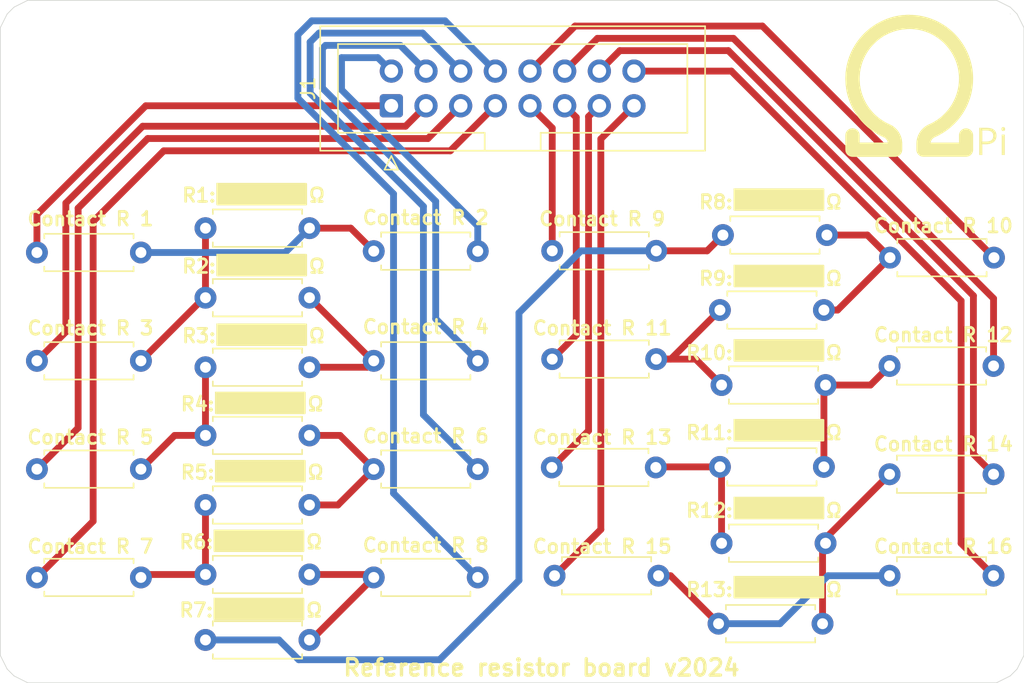
<source format=kicad_pcb>
(kicad_pcb (version 20221018) (generator pcbnew)
  (layers (0 "F.Cu" signal) (31 "B.Cu" signal) (34 "B.Paste" user) (35 "F.Paste" user) (36 "B.SilkS" user "B.Silkscreen") (37 "F.SilkS" user "F.Silkscreen") (38 "B.Mask" user) (39 "F.Mask" user) (44 "Edge.Cuts" user))
  (net 0 "")
  (net 1 "Net-(J1-Pin_1)")
  (net 2 "Net-(J1-Pin_2)")
  (net 3 "Net-(J1-Pin_3)")
  (net 4 "Net-(J1-Pin_4)")
  (net 5 "Net-(J1-Pin_5)")
  (net 6 "Net-(J1-Pin_6)")
  (net 7 "Net-(J1-Pin_7)")
  (net 8 "Net-(J1-Pin_8)")
  (net 9 "Net-(J1-Pin_9)")
  (net 10 "Net-(J1-Pin_10)")
  (net 11 "Net-(J1-Pin_11)")
  (net 12 "Net-(J1-Pin_12)")
  (net 13 "Net-(J1-Pin_13)")
  (net 14 "Net-(J1-Pin_14)")
  (net 15 "Net-(J1-Pin_15)")
  (net 16 "Net-(J1-Pin_16)")
  (net 17 "Net-(R1-Pad2)")
  (net 18 "Net-(R18-Pad2)")
  (net 19 "Net-(R19-Pad2)")
  (net 20 "Net-(R20-Pad2)")
  (net 21 "Net-(R21-Pad2)")
  (net 22 "Net-(R22-Pad2)")
  (net 23 "Net-(R23-Pad2)")
  (net 24 "Net-(R24-Pad2)")
  (net 25 "Net-(R10-Pad2)")
  (net 26 "Net-(R11-Pad2)")
  (net 27 "Net-(R12-Pad2)")
  (net 28 "Net-(R13-Pad2)")
  (net 29 "Net-(R14-Pad2)")
  (net 30 "Net-(R15-Pad2)")
  (footprint "Resistor_THT:R_Axial_DIN0207_L6.3mm_D2.5mm_P7.62mm_Horizontal" (layer "F.Cu") (at 82.430999 128.970333)
    (fp_text reference "R23" hide)
    (fp_text value "R" hide)
  )
  (footprint "Resistor_THT:R_Axial_DIN0207_L6.3mm_D2.5mm_P7.62mm_Horizontal" (layer "F.Cu") (at 102.380999 121.249763 180)
    (fp_text reference "R6" hide)
    (fp_text value "R" hide)
  )
  (footprint "Resistor_THT:R_Axial_DIN0207_L6.3mm_D2.5mm_P7.62mm_Horizontal" (layer "F.Cu") (at 120.345681 104.098335)
    (fp_text reference "R25" hide)
    (fp_text value "R" hide)
  )
  (footprint "Resistor_THT:R_Axial_DIN0207_L6.3mm_D2.5mm_P7.62mm_Horizontal" (layer "F.Cu") (at 107.838996 105.25386)
    (fp_text reference "R9" hide)
    (fp_text value "R" hide)
  )
  (footprint "Resistor_THT:R_Axial_DIN0207_L6.3mm_D2.5mm_P7.62mm_Horizontal" (layer "F.Cu") (at 140.175681 121.625288 180)
    (fp_text reference "R14" hide)
    (fp_text value "R" hide)
  )
  (footprint "Resistor_THT:R_Axial_DIN0207_L6.3mm_D2.5mm_P7.62mm_Horizontal" (layer "F.Cu") (at 140.205681 105.75386 180)
    (fp_text reference "R10" hide)
    (fp_text value "R" hide)
  )
  (footprint "Resistor_THT:R_Axial_DIN0207_L6.3mm_D2.5mm_P7.62mm_Horizontal" (layer "F.Cu") (at 120.245681 126.679667)
    (fp_text reference "R29" hide)
    (fp_text value "R" hide)
  )
  (footprint "Resistor_THT:R_Axial_DIN0207_L6.3mm_D2.5mm_P7.62mm_Horizontal" (layer "F.Cu") (at 140.175681 129.061004 180)
    (fp_text reference "R16" hide)
    (fp_text value "R" hide)
  )
  (footprint "Resistor_THT:R_Axial_DIN0207_L6.3mm_D2.5mm_P7.62mm_Horizontal" (layer "F.Cu") (at 140.175681 113.689574 180)
    (fp_text reference "R12" hide)
    (fp_text value "R" hide)
  )
  (footprint "Resistor_THT:R_Axial_DIN0207_L6.3mm_D2.5mm_P7.62mm_Horizontal" (layer "F.Cu") (at 120.245681 115.089001)
    (fp_text reference "R27" hide)
    (fp_text value "R" hide)
  )
  (footprint "Resistor_THT:R_Axial_DIN0207_L6.3mm_D2.5mm_P7.62mm_Horizontal" (layer "F.Cu") (at 70.080999 113.314049)
    (fp_text reference "R3" hide)
    (fp_text value "R" hide)
  )
  (footprint "Resistor_THT:R_Axial_DIN0207_L6.3mm_D2.5mm_P7.62mm_Horizontal" (layer "F.Cu") (at 90.050999 123.875 180)
    (fp_text reference "R22" hide)
    (fp_text value "R" hide)
  )
  (footprint "Connector_IDC:IDC-Header_2x08_P2.54mm_Vertical" (layer "F.Cu") (at 96.05 94.625 90)
    (fp_text reference "J1")
    (fp_text value "Conn_02x08_Odd_Even")
  )
  (footprint "Resistor_THT:R_Axial_DIN0207_L6.3mm_D2.5mm_P7.62mm_Horizontal" (layer "F.Cu") (at 82.430999 108.689001)
    (fp_text reference "R19" hide)
    (fp_text value "R" hide)
  )
  (footprint "Resistor_THT:R_Axial_DIN0207_L6.3mm_D2.5mm_P7.62mm_Horizontal" (layer "F.Cu") (at 90.050999 113.784334 180)
    (fp_text reference "R20" hide)
    (fp_text value "R" hide)
  )
  (footprint "Resistor_THT:R_Axial_DIN0207_L6.3mm_D2.5mm_P7.62mm_Horizontal" (layer "F.Cu") (at 107.808996 121.125288)
    (fp_text reference "R13" hide)
    (fp_text value "R" hide)
  )
  (footprint "Resistor_THT:R_Axial_DIN0207_L6.3mm_D2.5mm_P7.62mm_Horizontal" (layer "F.Cu") (at 90.050999 133.765666 180)
    (fp_text reference "R24" hide)
    (fp_text value "R" hide)
  )
  (footprint "Resistor_THT:R_Axial_DIN0207_L6.3mm_D2.5mm_P7.62mm_Horizontal" (layer "F.Cu") (at 90.050999 103.593668 180)
    (fp_text reference "R18" hide)
    (fp_text value "R" hide)
  )
  (footprint "Resistor_THT:R_Axial_DIN0207_L6.3mm_D2.5mm_P7.62mm_Horizontal" (layer "F.Cu") (at 70.080999 105.378335)
    (fp_text reference "R1" hide)
    (fp_text value "R")
  )
  (footprint "Resistor_THT:R_Axial_DIN0207_L6.3mm_D2.5mm_P7.62mm_Horizontal" (layer "F.Cu") (at 107.838996 113.189574)
    (fp_text reference "R11" hide)
    (fp_text value "R" hide)
  )
  (footprint "Resistor_THT:R_Axial_DIN0207_L6.3mm_D2.5mm_P7.62mm_Horizontal" (layer "F.Cu") (at 102.380999 105.278335 180)
    (fp_text reference "R2" hide)
    (fp_text value "R" hide)
  )
  (footprint "Resistor_THT:R_Axial_DIN0207_L6.3mm_D2.5mm_P7.62mm_Horizontal" (layer "F.Cu") (at 108.008996 129.061004)
    (fp_text reference "R15" hide)
    (fp_text value "R" hide)
  )
  (footprint "Resistor_THT:R_Axial_DIN0207_L6.3mm_D2.5mm_P7.62mm_Horizontal" (layer "F.Cu") (at 102.380999 129.185477 180)
    (fp_text reference "R8" hide)
    (fp_text value "R" hide)
  )
  (footprint "Resistor_THT:R_Axial_DIN0207_L6.3mm_D2.5mm_P7.62mm_Horizontal" (layer "F.Cu") (at 70.080999 121.249763)
    (fp_text reference "R5" hide)
    (fp_text value "R" hide)
  )
  (footprint "Resistor_THT:R_Axial_DIN0207_L6.3mm_D2.5mm_P7.62mm_Horizontal" (layer "F.Cu") (at 82.430999 118.779667)
    (fp_text reference "R21" hide)
    (fp_text value "R" hide)
  )
  (footprint "Resistor_THT:R_Axial_DIN0207_L6.3mm_D2.5mm_P7.62mm_Horizontal" (layer "F.Cu") (at 127.745681 109.593668 180)
    (fp_text reference "R26" hide)
    (fp_text value "R" hide)
  )
  (footprint "Resistor_THT:R_Axial_DIN0207_L6.3mm_D2.5mm_P7.62mm_Horizontal" (layer "F.Cu") (at 102.380999 113.314049 180)
    (fp_text reference "R4" hide)
    (fp_text value "R" hide)
  )
  (footprint "Resistor_THT:R_Axial_DIN0207_L6.3mm_D2.5mm_P7.62mm_Horizontal" (layer "F.Cu") (at 70.080999 129.185477)
    (fp_text reference "R7" hide)
    (fp_text value "R" hide)
  )
  (footprint "Resistor_THT:R_Axial_DIN0207_L6.3mm_D2.5mm_P7.62mm_Horizontal" (layer "F.Cu") (at 127.645681 132.575 180)
    (fp_text reference "R30" hide)
    (fp_text value "R" hide)
  )
  (footprint "Resistor_THT:R_Axial_DIN0207_L6.3mm_D2.5mm_P7.62mm_Horizontal" (layer "F.Cu") (at 127.745681 121.084334 180)
    (fp_text reference "R28" hide)
    (fp_text value "R" hide)
  )
  (gr_poly (pts (xy 134 89) (xy 133.812949 89.004747) (xy 133.628323 89.018833) (xy 133.446351 89.042029) (xy 133.267264 89.074104) (xy 133.091293 89.114826) (xy 132.918668 89.163966) (xy 132.749619 89.221292) (xy 132.584377 89.286574) (xy 132.423172 89.35958) (xy 132.266236 89.440081) (xy 132.113797 89.527846) (xy 131.966087 89.622643) (xy 131.823336 89.724243) (xy 131.685775 89.832414) (xy 131.553633 89.946926) (xy 131.427142 90.067549) (xy 131.306532 90.19405) (xy 131.192033 90.3262) (xy 131.083876 90.463769) (xy 130.982291 90.606524) (xy 130.887508 90.754237) (xy 130.799758 90.906675) (xy 130.719272 91.063608) (xy 130.64628 91.224806) (xy 130.581012 91.390037) (xy 130.523699 91.559072) (xy 130.474571 91.731679) (xy 130.433858 91.907628) (xy 130.401792 92.086687) (xy 130.378602 92.268627) (xy 130.364519 92.453217) (xy 130.359774 92.640225) (xy 130.362274 92.775533) (xy 130.369729 92.909928) (xy 130.382066 93.043301) (xy 130.399214 93.175543) (xy 130.421103 93.306547) (xy 130.447662 93.436204) (xy 130.478819 93.564404) (xy 130.514503 93.691041) (xy 130.554644 93.816004) (xy 130.59917 93.939186) (xy 130.64801 94.060478) (xy 130.701094 94.179772) (xy 130.75835 94.296958) (xy 130.819707 94.411929) (xy 130.885094 94.524575) (xy 130.954441 94.634789) (xy 131.027675 94.742462) (xy 131.104727 94.847485) (xy 131.185524 94.949749) (xy 131.269996 95.049147) (xy 131.358072 95.14557) (xy 131.449681 95.238908) (xy 131.544752 95.329054) (xy 131.643214 95.415899) (xy 131.744995 95.499335) (xy 131.850025 95.579252) (xy 131.958232 95.655543) (xy 132.069546 95.728098) (xy 132.183896 95.79681) (xy 132.30121 95.86157) (xy 132.421417 95.922269) (xy 132.544447 95.978799) (xy 132.648619 96.029011) (xy 132.747832 96.086176) (xy 132.841843 96.149922) (xy 132.930409 96.21988) (xy 133.013287 96.295678) (xy 133.090234 96.376945) (xy 133.161006 96.463311) (xy 133.225362 96.554405) (xy 133.283056 96.649856) (xy 133.333847 96.749293) (xy 133.377491 96.852345) (xy 133.413745 96.958642) (xy 133.442366 97.067813) (xy 133.46311 97.179486) (xy 133.475735 97.293291) (xy 133.479997 97.408858) (xy 133.479997 97.840528) (xy 133.47932 97.867323) (xy 133.477311 97.893762) (xy 133.474002 97.919813) (xy 133.469427 97.945444) (xy 133.463617 97.970621) (xy 133.456606 97.995312) (xy 133.448427 98.019485) (xy 133.439111 98.043108) (xy 133.428693 98.066148) (xy 133.417205 98.088573) (xy 133.404678 98.110349) (xy 133.391147 98.131445) (xy 133.376644 98.151829) (xy 133.361202 98.171467) (xy 133.344852 98.190328) (xy 133.327629 98.208378) (xy 133.309565 98.225586) (xy 133.290692 98.241919) (xy 133.271044 98.257344) (xy 133.250653 98.27183) (xy 133.229551 98.285343) (xy 133.207772 98.297851) (xy 133.185349 98.309322) (xy 133.162313 98.319724) (xy 133.138698 98.329023) (xy 133.114537 98.337188) (xy 133.089862 98.344185) (xy 133.064706 98.349983) (xy 133.039101 98.354549) (xy 133.013081 98.357851) (xy 132.986679 98.359855) (xy 132.959926 98.360531) (xy 129.839772 98.360531) (xy 129.813025 98.359855) (xy 129.786628 98.357851) (xy 129.760614 98.354549) (xy 129.735015 98.349983) (xy 129.709863 98.344185) (xy 129.685192 98.337188) (xy 129.661035 98.329023) (xy 129.637424 98.319724) (xy 129.614392 98.309322) (xy 129.591971 98.297851) (xy 129.570195 98.285343) (xy 129.549097 98.27183) (xy 129.528708 98.257344) (xy 129.509062 98.241919) (xy 129.490191 98.225586) (xy 129.472128 98.208378) (xy 129.454907 98.190328) (xy 129.438559 98.171467) (xy 129.423118 98.151829) (xy 129.408615 98.131445) (xy 129.395085 98.110349) (xy 129.38256 98.088573) (xy 129.371072 98.066148) (xy 129.360654 98.043108) (xy 129.351339 98.019485) (xy 129.34316 97.995312) (xy 129.336149 97.970621) (xy 129.33034 97.945444) (xy 129.325764 97.919813) (xy 129.322456 97.893762) (xy 129.320446 97.867323) (xy 129.319769 97.840528) (xy 129.319769 96.800454) (xy 129.320446 96.773659) (xy 129.322456 96.74722) (xy 129.325764 96.721169) (xy 129.33034 96.695538) (xy 129.336149 96.670361) (xy 129.34316 96.64567) (xy 129.351339 96.621497) (xy 129.360654 96.597874) (xy 129.371072 96.574834) (xy 129.38256 96.552409) (xy 129.395085 96.530633) (xy 129.408615 96.509537) (xy 129.423118 96.489153) (xy 129.438559 96.469515) (xy 129.454907 96.450654) (xy 129.472128 96.432604) (xy 129.490191 96.415396) (xy 129.509062 96.399063) (xy 129.528708 96.383638) (xy 129.549097 96.369152) (xy 129.570195 96.355639) (xy 129.591971 96.343131) (xy 129.614392 96.33166) (xy 129.637424 96.321258) (xy 129.661035 96.311959) (xy 129.685192 96.303795) (xy 129.709863 96.296797) (xy 129.735015 96.290999) (xy 129.760614 96.286433) (xy 129.786628 96.283132) (xy 129.813025 96.281127) (xy 129.839772 96.280451) (xy 129.866519 96.281127) (xy 129.892915 96.283132) (xy 129.91893 96.286433) (xy 129.944529 96.290999) (xy 129.969681 96.296797) (xy 129.994351 96.303795) (xy 130.018508 96.311959) (xy 130.04212 96.321258) (xy 130.065152 96.33166) (xy 130.087572 96.343131) (xy 130.109348 96.355639) (xy 130.130447 96.369152) (xy 130.150836 96.383638) (xy 130.170482 96.399063) (xy 130.189352 96.415396) (xy 130.207415 96.432604) (xy 130.224636 96.450654) (xy 130.240984 96.469515) (xy 130.256426 96.489153) (xy 130.270928 96.509537) (xy 130.284458 96.530633) (xy 130.296984 96.552409) (xy 130.308472 96.574834) (xy 130.318889 96.597874) (xy 130.328204 96.621497) (xy 130.336383 96.64567) (xy 130.343394 96.670361) (xy 130.349203 96.695538) (xy 130.353779 96.721169) (xy 130.357088 96.74722) (xy 130.359097 96.773659) (xy 130.359774 96.800454) (xy 130.359774 97.320457) (xy 132.432137 97.320457) (xy 132.4257 97.288769) (xy 132.417351 97.257705) (xy 132.40714 97.227342) (xy 132.395119 97.197759) (xy 132.381336 97.16903) (xy 132.365844 97.141234) (xy 132.348692 97.114448) (xy 132.32993 97.088748) (xy 132.309609 97.064212) (xy 132.287779 97.040916) (xy 132.264491 97.018938) (xy 132.239794 96.998354) (xy 132.21374 96.979242) (xy 132.186379 96.961678) (xy 132.15776 96.94574) (xy 132.127935 96.931505) (xy 131.815301 96.780862) (xy 131.517539 96.609324) (xy 131.235379 96.418011) (xy 130.969552 96.20804) (xy 130.720789 95.980531) (xy 130.489823 95.736601) (xy 130.277383 95.477369) (xy 130.084201 95.203953) (xy 129.911008 94.917472) (xy 129.758536 94.619045) (xy 129.627515 94.309788) (xy 129.518676 93.990822) (xy 129.432751 93.663264) (xy 129.370471 93.328233) (xy 129.332566 92.986848) (xy 129.319769 92.640225) (xy 129.325872 92.399724) (xy 129.343982 92.16234) (xy 129.373802 91.92837) (xy 129.415037 91.69811) (xy 129.46739 91.471857) (xy 129.530564 91.249907) (xy 129.604263 91.032556) (xy 129.68819 90.8201) (xy 129.782049 90.612835) (xy 129.885543 90.411058) (xy 129.998376 90.215065) (xy 130.120251 90.025152) (xy 130.250872 89.841616) (xy 130.389942 89.664752) (xy 130.537164 89.494857) (xy 130.692243 89.332227) (xy 130.854882 89.177159) (xy 131.024784 89.029948) (xy 131.201653 88.890891) (xy 131.385191 88.760283) (xy 131.575104 88.638422) (xy 131.771093 88.525604) (xy 131.972863 88.422124) (xy 132.180118 88.328279) (xy 132.39256 88.244365) (xy 132.609893 88.170679) (xy 132.83182 88.107516) (xy 133.058046 88.055174) (xy 133.288273 88.013947) (xy 133.522206 87.984132) (xy 133.759547 87.966026) (xy 134 87.959925)) (fill solid) (layer "F.SilkS"))
  (gr_rect (start 83.1 130.75) (end 89.6 132.25) (stroke (width 0.15)) (fill solid) (layer "F.SilkS"))
  (gr_rect (start 121.2 117.65) (end 127.7 119.15) (stroke (width 0.15)) (fill solid) (layer "F.SilkS"))
  (gr_poly (pts (xy 134.240453 87.966026) (xy 134.477795 87.984132) (xy 134.711728 88.013947) (xy 134.941957 88.055174) (xy 135.168184 88.107516) (xy 135.390114 88.170679) (xy 135.607449 88.244365) (xy 135.819893 88.328279) (xy 136.02715 88.422124) (xy 136.228923 88.525604) (xy 136.424915 88.638422) (xy 136.614831 88.760283) (xy 136.798372 88.890891) (xy 136.975244 89.029948) (xy 137.145149 89.177159) (xy 137.307791 89.332227) (xy 137.462873 89.494857) (xy 137.610099 89.664752) (xy 137.749173 89.841616) (xy 137.879797 90.025152) (xy 138.001675 90.215065) (xy 138.11451 90.411058) (xy 138.218007 90.612835) (xy 138.311869 90.8201) (xy 138.395798 91.032556) (xy 138.469499 91.249907) (xy 138.532675 91.471857) (xy 138.585029 91.69811) (xy 138.626265 91.92837) (xy 138.656087 92.16234) (xy 138.674197 92.399724) (xy 138.6803 92.640225) (xy 138.667502 92.986848) (xy 138.629596 93.328233) (xy 138.567312 93.663264) (xy 138.481384 93.990822) (xy 138.372541 94.309788) (xy 138.241515 94.619045) (xy 138.089038 94.917472) (xy 137.915842 95.203953) (xy 137.722657 95.477369) (xy 137.510216 95.736601) (xy 137.279249 95.980531) (xy 137.030488 96.20804) (xy 136.764665 96.418011) (xy 136.48251 96.609324) (xy 136.184756 96.780862) (xy 135.872134 96.931505) (xy 135.842297 96.94574) (xy 135.813668 96.961678) (xy 135.786297 96.979242) (xy 135.760236 96.998354) (xy 135.735534 97.018938) (xy 135.712242 97.040916) (xy 135.690409 97.064212) (xy 135.670088 97.088748) (xy 135.651326 97.114448) (xy 135.634177 97.141234) (xy 135.618688 97.16903) (xy 135.604912 97.197759) (xy 135.592897 97.227342) (xy 135.582695 97.257705) (xy 135.574357 97.288769) (xy 135.567931 97.320457) (xy 137.640226 97.320457) (xy 137.640226 96.800454) (xy 137.640903 96.773659) (xy 137.642912 96.74722) (xy 137.646221 96.721169) (xy 137.650796 96.695538) (xy 137.656606 96.670361) (xy 137.663617 96.64567) (xy 137.671796 96.621497) (xy 137.681111 96.597874) (xy 137.691528 96.574834) (xy 137.703017 96.552409) (xy 137.715542 96.530633) (xy 137.729072 96.509537) (xy 137.743574 96.489153) (xy 137.759016 96.469515) (xy 137.775364 96.450654) (xy 137.792585 96.432604) (xy 137.810648 96.415396) (xy 137.829519 96.399063) (xy 137.849165 96.383638) (xy 137.869554 96.369152) (xy 137.890652 96.355639) (xy 137.912428 96.343131) (xy 137.934849 96.33166) (xy 137.957881 96.321258) (xy 137.981492 96.311959) (xy 138.005649 96.303795) (xy 138.03032 96.296797) (xy 138.055471 96.290999) (xy 138.081071 96.286433) (xy 138.107085 96.283132) (xy 138.133482 96.281127) (xy 138.160229 96.280451) (xy 138.186981 96.281127) (xy 138.213384 96.283132) (xy 138.239404 96.286433) (xy 138.265009 96.290999) (xy 138.290165 96.296797) (xy 138.31484 96.303795) (xy 138.339001 96.311959) (xy 138.362616 96.321258) (xy 138.385652 96.33166) (xy 138.408075 96.343131) (xy 138.429854 96.355639) (xy 138.450956 96.369152) (xy 138.471347 96.383638) (xy 138.490995 96.399063) (xy 138.509868 96.415396) (xy 138.527932 96.432604) (xy 138.545155 96.450654) (xy 138.561504 96.469515) (xy 138.576947 96.489153) (xy 138.59145 96.509537) (xy 138.604981 96.530633) (xy 138.617507 96.552409) (xy 138.628996 96.574834) (xy 138.639414 96.597874) (xy 138.64873 96.621497) (xy 138.656909 96.64567) (xy 138.66392 96.670361) (xy 138.669729 96.695538) (xy 138.674305 96.721169) (xy 138.677614 96.74722) (xy 138.679623 96.773659) (xy 138.6803 96.800454) (xy 138.6803 97.840528) (xy 138.679623 97.867323) (xy 138.677614 97.893762) (xy 138.674305 97.919813) (xy 138.669729 97.945444) (xy 138.66392 97.970621) (xy 138.656909 97.995312) (xy 138.64873 98.019485) (xy 138.639414 98.043108) (xy 138.628996 98.066148) (xy 138.617507 98.088573) (xy 138.604981 98.110349) (xy 138.59145 98.131445) (xy 138.576947 98.151829) (xy 138.561504 98.171467) (xy 138.545155 98.190328) (xy 138.527932 98.208378) (xy 138.509868 98.225586) (xy 138.490995 98.241919) (xy 138.471347 98.257344) (xy 138.450956 98.27183) (xy 138.429854 98.285343) (xy 138.408075 98.297851) (xy 138.385652 98.309322) (xy 138.362616 98.319724) (xy 138.339001 98.329023) (xy 138.31484 98.337188) (xy 138.290165 98.344185) (xy 138.265009 98.349983) (xy 138.239404 98.354549) (xy 138.213384 98.357851) (xy 138.186981 98.359855) (xy 138.160229 98.360531) (xy 135.040074 98.360531) (xy 135.013328 98.359855) (xy 134.986931 98.357851) (xy 134.960916 98.354549) (xy 134.935317 98.349983) (xy 134.910165 98.344185) (xy 134.885495 98.337188) (xy 134.861338 98.329023) (xy 134.837726 98.319724) (xy 134.814694 98.309322) (xy 134.792274 98.297851) (xy 134.770498 98.285343) (xy 134.749399 98.27183) (xy 134.72901 98.257344) (xy 134.709364 98.241919) (xy 134.690493 98.225586) (xy 134.672431 98.208378) (xy 134.655209 98.190328) (xy 134.638861 98.171467) (xy 134.62342 98.151829) (xy 134.608918 98.131445) (xy 134.595387 98.110349) (xy 134.582862 98.088573) (xy 134.571374 98.066148) (xy 134.560956 98.043108) (xy 134.551641 98.019485) (xy 134.543462 97.995312) (xy 134.536451 97.970621) (xy 134.530642 97.945444) (xy 134.526066 97.919813) (xy 134.522758 97.893762) (xy 134.520748 97.867323) (xy 134.520071 97.840528) (xy 134.520071 97.408858) (xy 134.524333 97.293291) (xy 134.536956 97.179486) (xy 134.557697 97.067813) (xy 134.586313 96.958642) (xy 134.622562 96.852345) (xy 134.6662 96.749293) (xy 134.716984 96.649856) (xy 134.774673 96.554405) (xy 134.839021 96.463311) (xy 134.909788 96.376945) (xy 134.986729 96.295678) (xy 135.069602 96.21988) (xy 135.158164 96.149922) (xy 135.252171 96.086176) (xy 135.351382 96.029011) (xy 135.455553 95.978799) (xy 135.578583 95.922269) (xy 135.69879 95.86157) (xy 135.816104 95.79681) (xy 135.930454 95.728098) (xy 136.041768 95.655543) (xy 136.149976 95.579252) (xy 136.255005 95.499335) (xy 136.356787 95.415899) (xy 136.455248 95.329054) (xy 136.550319 95.238908) (xy 136.641928 95.14557) (xy 136.730004 95.049147) (xy 136.814476 94.949749) (xy 136.895274 94.847485) (xy 136.972325 94.742462) (xy 137.045559 94.634789) (xy 137.114906 94.524575) (xy 137.180293 94.411929) (xy 137.24165 94.296958) (xy 137.298906 94.179772) (xy 137.35199 94.060478) (xy 137.40083 93.939186) (xy 137.445356 93.816004) (xy 137.485497 93.691041) (xy 137.521181 93.564404) (xy 137.552338 93.436204) (xy 137.578897 93.306547) (xy 137.600786 93.175543) (xy 137.617934 93.043301) (xy 137.630271 92.909928) (xy 137.637725 92.775533) (xy 137.640226 92.640225) (xy 137.63548 92.453217) (xy 137.621398 92.268627) (xy 137.598208 92.086687) (xy 137.566141 91.907628) (xy 137.525429 91.731679) (xy 137.476301 91.559072) (xy 137.418988 91.390037) (xy 137.35372 91.224806) (xy 137.280728 91.063608) (xy 137.200241 90.906675) (xy 137.112492 90.754237) (xy 137.017709 90.606524) (xy 136.916124 90.463769) (xy 136.807967 90.3262) (xy 136.693468 90.19405) (xy 136.572858 90.067549) (xy 136.446366 89.946926) (xy 136.314225 89.832414) (xy 136.176664 89.724243) (xy 136.033913 89.622643) (xy 135.886203 89.527846) (xy 135.733764 89.440081) (xy 135.576827 89.35958) (xy 135.415623 89.286574) (xy 135.250381 89.221292) (xy 135.081332 89.163966) (xy 134.908707 89.114826) (xy 134.732736 89.074104) (xy 134.553649 89.042029) (xy 134.371677 89.018833) (xy 134.187051 89.004747) (xy 134 89) (xy 133.812949 89.004747) (xy 133.628323 89.018833) (xy 133.446351 89.042029) (xy 133.267264 89.074104) (xy 133.091293 89.114826) (xy 132.918668 89.163966) (xy 132.749619 89.221292) (xy 132.584377 89.286574) (xy 132.423172 89.35958) (xy 132.266236 89.440081) (xy 132.113797 89.527846) (xy 131.966087 89.622643) (xy 131.823336 89.724243) (xy 131.685775 89.832414) (xy 131.553633 89.946926) (xy 131.427142 90.067549) (xy 131.306532 90.19405) (xy 131.192033 90.3262) (xy 131.083876 90.463769) (xy 130.982291 90.606524) (xy 130.887508 90.754237) (xy 130.799758 90.906675) (xy 130.719272 91.063608) (xy 130.64628 91.224806) (xy 130.581012 91.390037) (xy 130.523699 91.559072) (xy 130.474571 91.731679) (xy 130.433858 91.907628) (xy 130.401792 92.086687) (xy 130.378602 92.268627) (xy 130.364519 92.453217) (xy 130.359774 92.640225) (xy 130.369729 92.909928) (xy 130.399214 93.175543) (xy 130.447662 93.436204) (xy 130.514503 93.691041) (xy 130.59917 93.939186) (xy 130.701094 94.179772) (xy 130.819707 94.411929) (xy 130.954441 94.634789) (xy 131.104727 94.847485) (xy 131.269996 95.049147) (xy 131.449681 95.238908) (xy 131.643214 95.415899) (xy 131.850025 95.579252) (xy 132.069546 95.728098) (xy 132.30121 95.86157) (xy 132.544447 95.978799) (xy 132.597138 96.003013) (xy 132.648619 96.029011) (xy 132.69886 96.056747) (xy 132.747832 96.086176) (xy 132.795502 96.117249) (xy 132.841843 96.149922) (xy 132.886821 96.184148) (xy 132.930409 96.21988) (xy 132.972574 96.257072) (xy 133.013287 96.295678) (xy 133.052517 96.335651) (xy 133.090234 96.376945) (xy 133.126407 96.419514) (xy 133.161006 96.463311) (xy 133.194001 96.508291) (xy 133.225362 96.554405) (xy 133.255057 96.601609) (xy 133.283056 96.649856) (xy 133.30933 96.699099) (xy 133.333847 96.749293) (xy 133.356577 96.80039) (xy 133.377491 96.852345) (xy 133.396557 96.905111) (xy 133.413745 96.958642) (xy 133.429024 97.012891) (xy 133.442366 97.067813) (xy 133.453737 97.123359) (xy 133.46311 97.179486) (xy 133.470453 97.236145) (xy 133.475735 97.293291) (xy 133.478927 97.350878) (xy 133.479997 97.408858) (xy 133.479997 97.840528) (xy 133.47932 97.867323) (xy 133.477311 97.893762) (xy 133.474002 97.919813) (xy 133.469427 97.945444) (xy 133.463617 97.970621) (xy 133.456606 97.995312) (xy 133.448427 98.019485) (xy 133.439111 98.043108) (xy 133.428693 98.066148) (xy 133.417205 98.088573) (xy 133.404678 98.110349) (xy 133.391147 98.131445) (xy 133.376644 98.151829) (xy 133.361202 98.171467) (xy 133.344852 98.190328) (xy 133.327629 98.208378) (xy 133.309565 98.225586) (xy 133.290692 98.241919) (xy 133.271044 98.257344) (xy 133.250653 98.27183) (xy 133.229551 98.285343) (xy 133.207772 98.297851) (xy 133.185349 98.309322) (xy 133.162313 98.319724) (xy 133.138698 98.329023) (xy 133.114537 98.337188) (xy 133.089862 98.344185) (xy 133.064706 98.349983) (xy 133.039101 98.354549) (xy 133.013081 98.357851) (xy 132.986679 98.359855) (xy 132.959926 98.360531) (xy 129.839772 98.360531) (xy 129.813025 98.359855) (xy 129.786628 98.357851) (xy 129.760614 98.354549) (xy 129.735015 98.349983) (xy 129.709863 98.344185) (xy 129.685192 98.337188) (xy 129.661035 98.329023) (xy 129.637424 98.319724) (xy 129.614392 98.309322) (xy 129.591971 98.297851) (xy 129.570195 98.285343) (xy 129.549097 98.27183) (xy 129.528708 98.257344) (xy 129.509062 98.241919) (xy 129.490191 98.225586) (xy 129.472128 98.208378) (xy 129.454907 98.190328) (xy 129.438559 98.171467) (xy 129.423118 98.151829) (xy 129.408615 98.131445) (xy 129.395085 98.110349) (xy 129.38256 98.088573) (xy 129.371072 98.066148) (xy 129.360654 98.043108) (xy 129.351339 98.019485) (xy 129.34316 97.995312) (xy 129.336149 97.970621) (xy 129.33034 97.945444) (xy 129.325764 97.919813) (xy 129.322456 97.893762) (xy 129.320446 97.867323) (xy 129.319769 97.840528) (xy 129.319769 96.800454) (xy 129.320446 96.773659) (xy 129.322456 96.74722) (xy 129.325764 96.721169) (xy 129.33034 96.695538) (xy 129.336149 96.670361) (xy 129.34316 96.64567) (xy 129.351339 96.621497) (xy 129.360654 96.597874) (xy 129.371072 96.574834) (xy 129.38256 96.552409) (xy 129.395085 96.530633) (xy 129.408615 96.509537) (xy 129.423118 96.489153) (xy 129.438559 96.469515) (xy 129.454907 96.450654) (xy 129.472128 96.432604) (xy 129.490191 96.415396) (xy 129.509062 96.399063) (xy 129.528708 96.383638) (xy 129.549097 96.369152) (xy 129.570195 96.355639) (xy 129.591971 96.343131) (xy 129.614392 96.33166) (xy 129.637424 96.321258) (xy 129.661035 96.311959) (xy 129.685192 96.303795) (xy 129.709863 96.296797) (xy 129.735015 96.290999) (xy 129.760614 96.286433) (xy 129.786628 96.283132) (xy 129.813025 96.281127) (xy 129.839772 96.280451) (xy 129.866519 96.281127) (xy 129.892915 96.283132) (xy 129.91893 96.286433) (xy 129.944529 96.290999) (xy 129.969681 96.296797) (xy 129.994351 96.303795) (xy 130.018508 96.311959) (xy 130.04212 96.321258) (xy 130.065152 96.33166) (xy 130.087572 96.343131) (xy 130.109348 96.355639) (xy 130.130447 96.369152) (xy 130.150836 96.383638) (xy 130.170482 96.399063) (xy 130.189352 96.415396) (xy 130.207415 96.432604) (xy 130.224636 96.450654) (xy 130.240984 96.469515) (xy 130.256426 96.489153) (xy 130.270928 96.509537) (xy 130.284458 96.530633) (xy 130.296984 96.552409) (xy 130.308472 96.574834) (xy 130.318889 96.597874) (xy 130.328204 96.621497) (xy 130.336383 96.64567) (xy 130.343394 96.670361) (xy 130.349203 96.695538) (xy 130.353779 96.721169) (xy 130.357088 96.74722) (xy 130.359097 96.773659) (xy 130.359774 96.800454) (xy 130.359774 97.320457) (xy 132.432137 97.320457) (xy 132.4257 97.288769) (xy 132.417351 97.257705) (xy 132.40714 97.227342) (xy 132.395119 97.197759) (xy 132.381336 97.16903) (xy 132.365844 97.141234) (xy 132.348692 97.114448) (xy 132.32993 97.088748) (xy 132.309609 97.064212) (xy 132.287779 97.040916) (xy 132.264491 97.018938) (xy 132.239794 96.998354) (xy 132.21374 96.979242) (xy 132.186379 96.961678) (xy 132.15776 96.94574) (xy 132.127935 96.931505) (xy 131.969805 96.858865) (xy 131.815301 96.780862) (xy 131.664516 96.697635) (xy 131.517539 96.609324) (xy 131.374463 96.51607) (xy 131.235379 96.418011) (xy 131.100378 96.315288) (xy 130.969552 96.20804) (xy 130.842992 96.096408) (xy 130.720789 95.980531) (xy 130.603036 95.860549) (xy 130.489823 95.736601) (xy 130.381241 95.608828) (xy 130.277383 95.477369) (xy 130.178339 95.342364) (xy 130.084201 95.203953) (xy 129.99506 95.062276) (xy 129.911008 94.917472) (xy 129.832136 94.769682) (xy 129.758536 94.619045) (xy 129.690298 94.4657) (xy 129.627515 94.309788) (xy 129.570277 94.151449) (xy 129.518676 93.990822) (xy 129.472804 93.828047) (xy 129.432751 93.663264) (xy 129.39861 93.496613) (xy 129.370471 93.328233) (xy 129.348426 93.158265) (xy 129.332566 92.986848) (xy 129.322984 92.814121) (xy 129.319769 92.640225) (xy 129.325872 92.399724) (xy 129.343982 92.16234) (xy 129.373802 91.92837) (xy 129.415037 91.69811) (xy 129.46739 91.471857) (xy 129.530564 91.249907) (xy 129.604263 91.032556) (xy 129.68819 90.8201) (xy 129.782049 90.612835) (xy 129.885543 90.411058) (xy 129.998376 90.215065) (xy 130.120251 90.025152) (xy 130.250872 89.841616) (xy 130.389942 89.664752) (xy 130.537164 89.494857) (xy 130.692243 89.332227) (xy 130.854882 89.177159) (xy 131.024784 89.029948) (xy 131.201653 88.890891) (xy 131.385191 88.760283) (xy 131.575104 88.638422) (xy 131.771093 88.525604) (xy 131.972863 88.422124) (xy 132.180118 88.328279) (xy 132.39256 88.244365) (xy 132.609893 88.170679) (xy 132.83182 88.107516) (xy 133.058046 88.055174) (xy 133.288273 88.013947) (xy 133.522206 87.984132) (xy 133.759547 87.966026) (xy 134 87.959925)) (fill solid) (layer "F.SilkS"))
  (gr_rect (start 121.2 111.8) (end 127.7 113.3) (stroke (width 0.15)) (fill solid) (layer "F.SilkS"))
  (gr_rect (start 83.3 110.65) (end 89.8 112.15) (stroke (width 0.15)) (fill solid) (layer "F.SilkS"))
  (gr_rect (start 83.2 120.65) (end 89.7 122.15) (stroke (width 0.15)) (fill solid) (layer "F.SilkS"))
  (gr_rect (start 121.2 100.75) (end 127.7 102.25) (stroke (width 0.15)) (fill solid) (layer "F.SilkS"))
  (gr_rect (start 121.2 129.15) (end 127.7 130.65) (stroke (width 0.15)) (fill solid) (layer "F.SilkS"))
  (gr_rect (start 83.2 115.65) (end 89.7 117.15) (stroke (width 0.15)) (fill solid) (layer "F.SilkS"))
  (gr_rect (start 83.3 100.35) (end 89.8 101.85) (stroke (width 0.15)) (fill solid) (layer "F.SilkS"))
  (gr_rect (start 121.2 106.35) (end 127.7 107.85) (stroke (width 0.15)) (fill solid) (layer "F.SilkS"))
  (gr_rect (start 83.3 105.55) (end 89.8 107.05) (stroke (width 0.15)) (fill solid) (layer "F.SilkS"))
  (gr_poly (pts (xy 140.895225 96.180916) (xy 140.901868 96.18135) (xy 140.908391 96.182072) (xy 140.914795 96.183083) (xy 140.921081 96.184383) (xy 140.927248 96.185971) (xy 140.933297 96.187848) (xy 140.939228 96.190013) (xy 140.945041 96.192466) (xy 140.950736 96.195208) (xy 140.956313 96.198237) (xy 140.961774 96.201555) (xy 140.967117 96.20516) (xy 140.972344 96.209053) (xy 140.977454 96.213234) (xy 140.982447 96.217703) (xy 140.987253 96.222481) (xy 140.991748 96.227566) (xy 140.995934 96.232959) (xy 140.99981 96.238658) (xy 141.003375 96.244663) (xy 141.006631 96.250976) (xy 141.009576 96.257595) (xy 141.012212 96.264522) (xy 141.014537 96.271755) (xy 141.016553 96.279295) (xy 141.018258 96.287141) (xy 141.019653 96.295295) (xy 141.020738 96.303755) (xy 141.021513 96.312523) (xy 141.021979 96.321597) (xy 141.022134 96.330978) (xy 141.021979 96.34041) (xy 141.021513 96.349536) (xy 141.020738 96.358355) (xy 141.019653 96.366867) (xy 141.018258 96.375072) (xy 141.016553 96.382971) (xy 141.014537 96.390562) (xy 141.012212 96.397847) (xy 141.009576 96.404825) (xy 141.006631 96.411496) (xy 141.003375 96.41786) (xy 140.99981 96.423918) (xy 140.995934 96.429668) (xy 140.991748 96.435112) (xy 140.987253 96.440249) (xy 140.982447 96.445079) (xy 140.977454 96.449622) (xy 140.972344 96.453871) (xy 140.967117 96.457826) (xy 140.961774 96.461487) (xy 140.956313 96.464856) (xy 140.950736 96.46793) (xy 140.945041 96.470712) (xy 140.939228 96.4732) (xy 140.933297 96.475395) (xy 140.927248 96.477297) (xy 140.921081 96.478906) (xy 140.914795 96.480222) (xy 140.908391 96.481246) (xy 140.901868 96.481977) (xy 140.895225 96.482415) (xy 140.888464 96.482562) (xy 140.881331 96.482415) (xy 140.87435 96.481977) (xy 140.867521 96.481246) (xy 140.860843 96.480222) (xy 140.854317 96.478906) (xy 140.847943 96.477297) (xy 140.841721 96.475395) (xy 140.835651 96.4732) (xy 140.829732 96.470712) (xy 140.823966 96.46793) (xy 140.818351 96.464856) (xy 140.812888 96.461487) (xy 140.807577 96.457826) (xy 140.802417 96.453871) (xy 140.79741 96.449622) (xy 140.792554 96.445079) (xy 140.787949 96.440249) (xy 140.78364 96.435112) (xy 140.779628 96.429668) (xy 140.775914 96.423918) (xy 140.772497 96.41786) (xy 140.769377 96.411496) (xy 140.766554 96.404825) (xy 140.764029 96.397847) (xy 140.7618 96.390562) (xy 140.759869 96.382971) (xy 140.758234 96.375072) (xy 140.756897 96.366867) (xy 140.755857 96.358355) (xy 140.755115 96.349536) (xy 140.754669 96.34041) (xy 140.75452 96.330978) (xy 140.754669 96.321426) (xy 140.755115 96.3122) (xy 140.755857 96.303299) (xy 140.756897 96.294725) (xy 140.758234 96.286475) (xy 140.759869 96.278551) (xy 140.7618 96.270952) (xy 140.764029 96.263678) (xy 140.766554 96.256728) (xy 140.769377 96.250103) (xy 140.772497 96.243802) (xy 140.775914 96.237825) (xy 140.779628 96.232171) (xy 140.78364 96.226841) (xy 140.787949 96.221835) (xy 140.792554 96.217152) (xy 140.79741 96.212746) (xy 140.802417 96.208625) (xy 140.807577 96.204788) (xy 140.812888 96.201235) (xy 140.818351 96.197967) (xy 140.823966 96.194982) (xy 140.829732 96.192282) (xy 140.835651 96.189867) (xy 140.841721 96.187735) (xy 140.847943 96.185888) (xy 140.854317 96.184324) (xy 140.860843 96.183045) (xy 140.867521 96.182051) (xy 140.87435 96.18134) (xy 140.881331 96.180914) (xy 140.888464 96.180772)) (fill solid) (layer "F.SilkS"))
  (gr_poly (pts (xy 141.000361 98.233773) (xy 140.773537 98.233773) (xy 140.773537 96.736672) (xy 141.000361 96.736672)) (fill solid) (layer "F.SilkS"))
  (gr_poly (pts (xy 139.731921 96.238993) (xy 139.816686 96.245815) (xy 139.895606 96.257183) (xy 139.968679 96.2731) (xy 140.003024 96.282763) (xy 140.035907 96.293564) (xy 140.067329 96.305501) (xy 140.097289 96.318575) (xy 140.125788 96.332786) (xy 140.152825 96.348134) (xy 140.178401 96.364619) (xy 140.202515 96.382241) (xy 140.225168 96.400999) (xy 140.246359 96.420895) (xy 140.266089 96.441927) (xy 140.284357 96.464096) (xy 140.301164 96.487402) (xy 140.31651 96.511845) (xy 140.330394 96.537425) (xy 140.342816 96.564142) (xy 140.353777 96.591995) (xy 140.363277 96.620986) (xy 140.371315 96.651113) (xy 140.377892 96.682378) (xy 140.383007 96.714779) (xy 140.386661 96.748317) (xy 140.388853 96.782992) (xy 140.389584 96.818804) (xy 140.388775 96.856161) (xy 140.386348 96.892423) (xy 140.382303 96.92759) (xy 140.376641 96.961663) (xy 140.369362 96.99464) (xy 140.360465 97.026523) (xy 140.349952 97.057311) (xy 140.337822 97.087004) (xy 140.324075 97.115602) (xy 140.308712 97.143105) (xy 140.291733 97.169513) (xy 140.273138 97.194827) (xy 140.252927 97.219045) (xy 140.231101 97.242169) (xy 140.207659 97.264197) (xy 140.182603 97.285131) (xy 140.156067 97.304893) (xy 140.128136 97.323378) (xy 140.098809 97.340588) (xy 140.068088 97.356523) (xy 140.035971 97.371183) (xy 140.002459 97.384567) (xy 139.967552 97.396676) (xy 139.931249 97.40751) (xy 139.893551 97.417069) (xy 139.854458 97.425353) (xy 139.81397 97.432362) (xy 139.772086 97.438097) (xy 139.728807 97.442557) (xy 139.684133 97.445743) (xy 139.638063 97.447654) (xy 139.590598 97.448291) (xy 139.355779 97.448291) (xy 139.355779 98.233773) (xy 139.123443 98.233773) (xy 139.123443 96.437638) (xy 139.355779 96.437638) (xy 139.355779 97.249027) (xy 139.56469 97.249027) (xy 139.6026 97.248637) (xy 139.639176 97.24747) (xy 139.674418 97.245523) (xy 139.708325 97.242797) (xy 139.740899 97.239293) (xy 139.772139 97.235009) (xy 139.802046 97.229945) (xy 139.830618 97.224101) (xy 139.857856 97.217478) (xy 139.883761 97.210074) (xy 139.908331 97.20189) (xy 139.931568 97.192926) (xy 139.95347 97.18318) (xy 139.974039 97.172654) (xy 139.993274 97.161346) (xy 140.011175 97.149257) (xy 140.01967 97.142906) (xy 140.027895 97.13632) (xy 140.035851 97.129499) (xy 140.043537 97.122443) (xy 140.050954 97.115153) (xy 140.0581 97.107627) (xy 140.064977 97.099866) (xy 140.071585 97.091871) (xy 140.077922 97.083641) (xy 140.08399 97.075176) (xy 140.089789 97.066476) (xy 140.095317 97.057541) (xy 140.100576 97.048371) (xy 140.105565 97.038967) (xy 140.114735 97.019454) (xy 140.122825 96.999002) (xy 140.129837 96.977611) (xy 140.13577 96.955281) (xy 140.140625 96.932012) (xy 140.1444 96.907805) (xy 140.147097 96.882659) (xy 140.148715 96.856575) (xy 140.149255 96.829552) (xy 140.148747 96.805218) (xy 140.147226 96.781671) (xy 140.144691 96.75891) (xy 140.141141 96.736936) (xy 140.136578 96.715749) (xy 140.131 96.695349) (xy 140.124408 96.675736) (xy 140.116802 96.65691) (xy 140.108181 96.638871) (xy 140.098547 96.62162) (xy 140.087898 96.605156) (xy 140.076236 96.58948) (xy 140.063559 96.574591) (xy 140.049868 96.56049) (xy 140.035163 96.547177) (xy 140.019443 96.534652) (xy 140.002676 96.522912) (xy 139.984775 96.511928) (xy 139.96574 96.5017) (xy 139.945572 96.492228) (xy 139.92427 96.483513) (xy 139.901834 96.475554) (xy 139.878265 96.468353) (xy 139.853562 96.461909) (xy 139.827725 96.456222) (xy 139.800755 96.451293) (xy 139.772651 96.447121) (xy 139.743413 96.443708) (xy 139.713042 96.441053) (xy 139.681537 96.439156) (xy 139.648899 96.438018) (xy 139.615127 96.437638) (xy 139.355779 96.437638) (xy 139.123443 96.437638) (xy 139.123443 96.23672) (xy 139.641309 96.23672)) (fill solid) (layer "F.SilkS"))
  (gr_rect (start 121.2 123.35) (end 127.7 124.85) (stroke (width 0.15)) (fill solid) (layer "F.SilkS"))
  (gr_rect (start 83.1 125.75) (end 89.6 127.25) (stroke (width 0.15)) (fill solid) (layer "F.SilkS"))
  (gr_line (start 141.4 136.4) (end 140.4 136.9) (stroke (width 0.05)) (layer "Edge.Cuts"))
  (gr_line (start 67.4 88.9) (end 67.4 134.9) (stroke (width 0.05)) (layer "Edge.Cuts"))
  (gr_line (start 68.4 136.4) (end 67.9 135.9) (stroke (width 0.05)) (layer "Edge.Cuts"))
  (gr_line (start 68.4 87.4) (end 67.9 87.9) (stroke (width 0.05)) (layer "Edge.Cuts"))
  (gr_line (start 69.4 86.9) (end 140.4 86.9) (stroke (width 0.05)) (layer "Edge.Cuts"))
  (gr_line (start 141.9 135.9) (end 141.4 136.4) (stroke (width 0.05)) (layer "Edge.Cuts"))
  (gr_line (start 69.4 86.9) (end 68.4 87.4) (stroke (width 0.05)) (layer "Edge.Cuts"))
  (gr_line (start 140.4 86.9) (end 141.4 87.4) (stroke (width 0.05)) (layer "Edge.Cuts"))
  (gr_line (start 67.9 135.9) (end 67.4 134.9) (stroke (width 0.05)) (layer "Edge.Cuts"))
  (gr_line (start 69.4 136.9) (end 68.4 136.4) (stroke (width 0.05)) (layer "Edge.Cuts"))
  (gr_line (start 141.4 87.4) (end 141.9 87.9) (stroke (width 0.05)) (layer "Edge.Cuts"))
  (gr_line (start 142.4 134.9) (end 141.9 135.9) (stroke (width 0.05)) (layer "Edge.Cuts"))
  (gr_line (start 141.9 87.9) (end 142.4 88.9) (stroke (width 0.05)) (layer "Edge.Cuts"))
  (gr_line (start 142.4 134.9) (end 142.4 88.9) (stroke (width 0.05)) (layer "Edge.Cuts"))
  (gr_line (start 141.4 87.9) (end 141.4 87.9) (stroke (width 0.05)) (layer "Edge.Cuts"))
  (gr_line (start 67.4 88.9) (end 67.9 87.9) (stroke (width 0.05)) (layer "Edge.Cuts"))
  (gr_line (start 69.4 136.9) (end 140.4 136.9) (stroke (width 0.05)) (layer "Edge.Cuts"))
  (gr_text "Contact R 11" (at 111.5 111.5) (layer "F.SilkS") (effects (font (size 1 1) (thickness 0.2)) (justify bottom)))
  (gr_text "Reference resistor board v2024" (at 92.4 136.5) (layer "F.SilkS") (effects (font (size 1.2 1.2) (thickness 0.25) bold) (justify left bottom)))
  (gr_text "R13:         Ω" (at 123.355681 130.669001) (layer "F.SilkS") (effects (font (size 1 1) (thickness 0.2)) (justify bottom)))
  (gr_text "R2:         Ω" (at 85.955681 106.969001) (layer "F.SilkS") (effects (font (size 1 1) (thickness 0.2)) (justify bottom)))
  (gr_text "R11:         Ω" (at 123.355681 119.169001) (layer "F.SilkS") (effects (font (size 1 1) (thickness 0.2)) (justify bottom)))
  (gr_text "R9:         Ω" (at 123.831871 107.869001) (layer "F.SilkS") (effects (font (size 1 1) (thickness 0.2)) (justify bottom)))
  (gr_text "R12:         Ω" (at 123.355681 124.869001) (layer "F.SilkS") (effects (font (size 1 1) (thickness 0.2)) (justify bottom)))
  (gr_text "R4:         Ω" (at 85.855681 117.069001) (layer "F.SilkS") (effects (font (size 1 1) (thickness 0.2)) (justify bottom)))
  (gr_text "Contact R 8" (at 98.570999 127.408335) (layer "F.SilkS") (effects (font (size 1 1) (thickness 0.2)) (justify bottom)))
  (gr_text "Contact R 14" (at 136.5 120) (layer "F.SilkS") (effects (font (size 1 1) (thickness 0.2)) (justify bottom)))
  (gr_text "R10:         Ω" (at 123.355681 113.319001) (layer "F.SilkS") (effects (font (size 1 1) (thickness 0.2)) (justify bottom)))
  (gr_text "Contact R 12" (at 136.5 112) (layer "F.SilkS") (effects (font (size 1 1) (thickness 0.2)) (justify bottom)))
  (gr_text "Contact R 4" (at 98.570999 111.408335) (layer "F.SilkS") (effects (font (size 1 1) (thickness 0.2)) (justify bottom)))
  (gr_text "Contact R 16" (at 136.5 127.5) (layer "F.SilkS") (effects (font (size 1 1) (thickness 0.2)) (justify bottom)))
  (gr_text "Contact R 15" (at 111.5 127.5) (layer "F.SilkS") (effects (font (size 1 1) (thickness 0.2)) (justify bottom)))
  (gr_text "R7:         Ω" (at 85.755681 132.169001) (layer "F.SilkS") (effects (font (size 1 1) (thickness 0.2)) (justify bottom)))
  (gr_text "R5:         Ω" (at 85.855681 122.069001) (layer "F.SilkS") (effects (font (size 1 1) (thickness 0.2)) (justify bottom)))
  (gr_text "Contact R 7" (at 74 127.5) (layer "F.SilkS") (effects (font (size 1 1) (thickness 0.2)) (justify bottom)))
  (gr_text "R3:         Ω" (at 85.955681 112.069001) (layer "F.SilkS") (effects (font (size 1 1) (thickness 0.2)) (justify bottom)))
  (gr_text "Contact R 9" (at 111.5 103.5) (layer "F.SilkS") (effects (font (size 1 1) (thickness 0.2)) (justify bottom)))
  (gr_text "Contact R 3" (at 74 111.5) (layer "F.SilkS") (effects (font (size 1 1) (thickness 0.2)) (justify bottom)))
  (gr_text "Contact R 1" (at 74 103.5) (layer "F.SilkS") (effects (font (size 1 1) (thickness 0.2)) (justify bottom)))
  (gr_text "Contact R 5" (at 74 119.5) (layer "F.SilkS") (effects (font (size 1 1) (thickness 0.2)) (justify bottom)))
  (gr_text "Contact R 2" (at 98.570999 103.408335) (layer "F.SilkS") (effects (font (size 1 1) (thickness 0.2)) (justify bottom)))
  (gr_text "Contact R 6" (at 98.570999 119.408335) (layer "F.SilkS") (effects (font (size 1 1) (thickness 0.2)) (justify bottom)))
  (gr_text "Contact R 13" (at 111.5 119.5) (layer "F.SilkS") (effects (font (size 1 1) (thickness 0.2)) (justify bottom)))
  (gr_text "R6:         Ω" (at 85.755681 127.169001) (layer "F.SilkS") (effects (font (size 1 1) (thickness 0.2)) (justify bottom)))
  (gr_text "Contact R 10" (at 136.5 104) (layer "F.SilkS") (effects (font (size 1 1) (thickness 0.2)) (justify bottom)))
  (gr_text "R1:         Ω" (at 85.955681 101.769001) (layer "F.SilkS") (effects (font (size 1 1) (thickness 0.2)) (justify bottom)))
  (gr_text "R8:         Ω" (at 123.831871 102.269001) (layer "F.SilkS") (effects (font (size 1 1) (thickness 0.2)) (justify bottom)))
  (segment (start 70.080999 102.600625) (end 78.056624 94.625) (width 0.5) (layer "F.Cu") (net 1))
  (segment (start 70.080999 105.378335) (end 70.080999 102.600625) (width 0.5) (layer "F.Cu") (net 1))
  (segment (start 78.056624 94.625) (end 96.05 94.625) (width 0.5) (layer "F.Cu") (net 1))
  (segment (start 102.380999 103.435719) (end 92.4 93.45472) (width 0.5) (layer "B.Cu") (net 2))
  (segment (start 92.4 91.1) (end 95.065 91.1) (width 0.5) (layer "B.Cu") (net 2))
  (segment (start 102.380999 105.278335) (end 102.380999 103.435719) (width 0.5) (layer "B.Cu") (net 2))
  (segment (start 95.065 91.1) (end 96.05 92.085) (width 0.5) (layer "B.Cu") (net 2))
  (segment (start 92.4 93.45472) (end 92.4 91.1) (width 0.5) (layer "B.Cu") (net 2))
  (segment (start 77.829416 96.125) (end 97.09 96.125) (width 0.5) (layer "F.Cu") (net 3))
  (segment (start 97.09 96.125) (end 98.59 94.625) (width 0.5) (layer "F.Cu") (net 3))
  (segment (start 70.080999 113.314049) (end 72.2 111.195048) (width 0.5) (layer "F.Cu") (net 3))
  (segment (start 72.2 111.195048) (end 72.2 101.754416) (width 0.5) (layer "F.Cu") (net 3))
  (segment (start 72.2 101.754416) (end 77.829416 96.125) (width 0.5) (layer "F.Cu") (net 3))
  (segment (start 99.3 110.23305) (end 102.380999 113.314049) (width 0.5) (layer "B.Cu") (net 4))
  (segment (start 91 90.427208) (end 91 93.327512) (width 0.5) (layer "B.Cu") (net 4))
  (segment (start 96.705 90.2) (end 91.227208 90.2) (width 0.5) (layer "B.Cu") (net 4))
  (segment (start 91.227208 90.2) (end 91 90.427208) (width 0.5) (layer "B.Cu") (net 4))
  (segment (start 98.59 92.085) (end 96.705 90.2) (width 0.5) (layer "B.Cu") (net 4))
  (segment (start 99.3 101.627512) (end 99.3 110.23305) (width 0.5) (layer "B.Cu") (net 4))
  (segment (start 91 93.327512) (end 99.3 101.627512) (width 0.5) (layer "B.Cu") (net 4))
  (segment (start 98.73 97.025) (end 78.202208 97.025) (width 0.5) (layer "F.Cu") (net 5))
  (segment (start 73.1 118.230762) (end 70.080999 121.249763) (width 0.5) (layer "F.Cu") (net 5))
  (segment (start 78.202208 97.025) (end 73.1 102.127208) (width 0.5) (layer "F.Cu") (net 5))
  (segment (start 101.13 94.625) (end 98.73 97.025) (width 0.5) (layer "F.Cu") (net 5))
  (segment (start 73.1 102.127208) (end 73.1 118.230762) (width 0.5) (layer "F.Cu") (net 5))
  (segment (start 98.4 117.268764) (end 98.4 102.000304) (width 0.5) (layer "B.Cu") (net 6))
  (segment (start 90.754416 89.3) (end 98.345 89.3) (width 0.5) (layer "B.Cu") (net 6))
  (segment (start 90.1 89.954416) (end 90.754416 89.3) (width 0.5) (layer "B.Cu") (net 6))
  (segment (start 98.345 89.3) (end 101.13 92.085) (width 0.5) (layer "B.Cu") (net 6))
  (segment (start 98.4 102.000304) (end 90.1 93.700304) (width 0.5) (layer "B.Cu") (net 6))
  (segment (start 90.1 93.700304) (end 90.1 89.954416) (width 0.5) (layer "B.Cu") (net 6))
  (segment (start 102.380999 121.249763) (end 98.4 117.268764) (width 0.5) (layer "B.Cu") (net 6))
  (segment (start 74.2 125.066476) (end 74.2 103.1) (width 0.5) (layer "F.Cu") (net 7))
  (segment (start 70.080999 129.185477) (end 74.2 125.066476) (width 0.5) (layer "F.Cu") (net 7))
  (segment (start 79.375 97.925) (end 100.37 97.925) (width 0.5) (layer "F.Cu") (net 7))
  (segment (start 74.2 103.1) (end 79.375 97.925) (width 0.5) (layer "F.Cu") (net 7))
  (segment (start 100.37 97.925) (end 103.67 94.625) (width 0.5) (layer "F.Cu") (net 7))
  (segment (start 90.216624 88.4) (end 99.985 88.4) (width 0.5) (layer "B.Cu") (net 8))
  (segment (start 96.210999 101.084095) (end 89.2 94.073096) (width 0.5) (layer "B.Cu") (net 8))
  (segment (start 96.210999 123.015477) (end 96.210999 101.084095) (width 0.5) (layer "B.Cu") (net 8))
  (segment (start 102.380999 129.185477) (end 96.210999 123.015477) (width 0.5) (layer "B.Cu") (net 8))
  (segment (start 99.985 88.4) (end 103.67 92.085) (width 0.5) (layer "B.Cu") (net 8))
  (segment (start 89.2 89.416624) (end 90.216624 88.4) (width 0.5) (layer "B.Cu") (net 8))
  (segment (start 89.2 94.073096) (end 89.2 89.416624) (width 0.5) (layer "B.Cu") (net 8))
  (segment (start 107.838996 105.25386) (end 107.838996 96.253996) (width 0.5) (layer "F.Cu") (net 9))
  (segment (start 107.838996 96.253996) (end 106.21 94.625) (width 0.5) (layer "F.Cu") (net 9))
  (segment (start 106.21 92.085) (end 109.51 88.785) (width 0.5) (layer "F.Cu") (net 10))
  (segment (start 123.236821 88.785) (end 140.205681 105.75386) (width 0.5) (layer "F.Cu") (net 10))
  (segment (start 109.51 88.785) (end 123.236821 88.785) (width 0.5) (layer "F.Cu") (net 10))
  (segment (start 109.6 111.42857) (end 109.6 95.475) (width 0.5) (layer "F.Cu") (net 11))
  (segment (start 107.838996 113.189574) (end 109.6 111.42857) (width 0.5) (layer "F.Cu") (net 11))
  (segment (start 109.6 95.475) (end 108.75 94.625) (width 0.5) (layer "F.Cu") (net 11))
  (segment (start 111.15 89.685) (end 108.75 92.085) (width 0.5) (layer "F.Cu") (net 12))
  (segment (start 140.175681 108.747666) (end 121.113015 89.685) (width 0.5) (layer "F.Cu") (net 12))
  (segment (start 140.175681 113.689574) (end 140.175681 108.747666) (width 0.5) (layer "F.Cu") (net 12))
  (segment (start 121.113015 89.685) (end 111.15 89.685) (width 0.5) (layer "F.Cu") (net 12))
  (segment (start 110.5 95.415) (end 111.29 94.625) (width 0.5) (layer "F.Cu") (net 13))
  (segment (start 107.808996 121.125288) (end 110.5 118.434284) (width 0.5) (layer "F.Cu") (net 13))
  (segment (start 110.5 118.434284) (end 110.5 95.415) (width 0.5) (layer "F.Cu") (net 13))
  (segment (start 138.7 120.149607) (end 140.175681 121.625288) (width 0.5) (layer "F.Cu") (net 14))
  (segment (start 120.740223 90.585) (end 138.7 108.544777) (width 0.5) (layer "F.Cu") (net 14))
  (segment (start 138.7 108.544777) (end 138.7 120.149607) (width 0.5) (layer "F.Cu") (net 14))
  (segment (start 112.79 90.585) (end 120.740223 90.585) (width 0.5) (layer "F.Cu") (net 14))
  (segment (start 111.29 92.085) (end 112.79 90.585) (width 0.5) (layer "F.Cu") (net 14))
  (segment (start 111.4 125.67) (end 111.4 97.055) (width 0.5) (layer "F.Cu") (net 15))
  (segment (start 108.008996 129.061004) (end 111.4 125.67) (width 0.5) (layer "F.Cu") (net 15))
  (segment (start 111.4 97.055) (end 113.83 94.625) (width 0.5) (layer "F.Cu") (net 15))
  (segment (start 140.175681 129.061004) (end 137.8 126.685323) (width 0.5) (layer "F.Cu") (net 16))
  (segment (start 120.967431 92.085) (end 113.83 92.085) (width 0.5) (layer "F.Cu") (net 16))
  (segment (start 137.8 126.685323) (end 137.8 108.917569) (width 0.5) (layer "F.Cu") (net 16))
  (segment (start 137.8 108.917569) (end 120.967431 92.085) (width 0.5) (layer "F.Cu") (net 16))
  (segment (start 90.050999 103.593668) (end 93.076332 103.593668) (width 0.5) (layer "F.Cu") (net 17))
  (segment (start 93.076332 103.593668) (end 94.760999 105.278335) (width 0.5) (layer "F.Cu") (net 17))
  (segment (start 88.266332 105.378335) (end 90.050999 103.593668) (width 0.5) (layer "B.Cu") (net 17))
  (segment (start 77.700999 105.378335) (end 88.266332 105.378335) (width 0.5) (layer "B.Cu") (net 17))
  (segment (start 77.700999 113.314049) (end 82.326047 108.689001) (width 0.5) (layer "F.Cu") (net 18))
  (segment (start 82.430999 103.593668) (end 82.430999 108.689001) (width 0.5) (layer "F.Cu") (net 18))
  (segment (start 82.326047 108.689001) (end 82.430999 108.689001) (width 0.5) (layer "F.Cu") (net 18))
  (segment (start 90.050999 108.689001) (end 94.676047 113.314049) (width 0.5) (layer "F.Cu") (net 19))
  (segment (start 94.676047 113.314049) (end 94.760999 113.314049) (width 0.5) (layer "F.Cu") (net 19))
  (segment (start 90.050999 113.784334) (end 94.290714 113.784334) (width 0.5) (layer "F.Cu") (net 19))
  (segment (start 94.290714 113.784334) (end 94.760999 113.314049) (width 0.5) (layer "F.Cu") (net 19))
  (segment (start 80.171095 118.779667) (end 77.700999 121.249763) (width 0.5) (layer "F.Cu") (net 20))
  (segment (start 82.430999 113.784334) (end 82.430999 118.779667) (width 0.5) (layer "F.Cu") (net 20))
  (segment (start 82.430999 118.779667) (end 80.171095 118.779667) (width 0.5) (layer "F.Cu") (net 20))
  (segment (start 92.135762 123.875) (end 94.760999 121.249763) (width 0.5) (layer "F.Cu") (net 21))
  (segment (start 90.050999 118.779667) (end 92.290903 118.779667) (width 0.5) (layer "F.Cu") (net 21))
  (segment (start 92.290903 118.779667) (end 94.760999 121.249763) (width 0.5) (layer "F.Cu") (net 21))
  (segment (start 90.050999 123.875) (end 92.135762 123.875) (width 0.5) (layer "F.Cu") (net 21))
  (segment (start 77.916143 128.970333) (end 77.700999 129.185477) (width 0.5) (layer "F.Cu") (net 22))
  (segment (start 82.430999 128.970333) (end 77.916143 128.970333) (width 0.5) (layer "F.Cu") (net 22))
  (segment (start 82.430999 123.875) (end 82.430999 128.970333) (width 0.5) (layer "F.Cu") (net 22))
  (segment (start 94.760999 129.185477) (end 90.18081 133.765666) (width 0.5) (layer "F.Cu") (net 23))
  (segment (start 90.050999 128.970333) (end 94.545855 128.970333) (width 0.5) (layer "F.Cu") (net 23))
  (segment (start 90.18081 133.765666) (end 90.050999 133.765666) (width 0.5) (layer "F.Cu") (net 23))
  (segment (start 94.545855 128.970333) (end 94.760999 129.185477) (width 0.5) (layer "F.Cu") (net 23))
  (segment (start 115.458996 105.25386) (end 119.190156 105.25386) (width 0.5) (layer "F.Cu") (net 24))
  (segment (start 119.190156 105.25386) (end 120.345681 104.098335) (width 0.5) (layer "F.Cu") (net 24))
  (segment (start 105.4 109.8) (end 109.94614 105.25386) (width 0.5) (layer "B.Cu") (net 24))
  (segment (start 89.264486 135.215666) (end 99.584334 135.215666) (width 0.5) (layer "B.Cu") (net 24))
  (segment (start 109.94614 105.25386) (end 115.458996 105.25386) (width 0.5) (layer "B.Cu") (net 24))
  (segment (start 82.430999 133.765666) (end 87.814486 133.765666) (width 0.5) (layer "B.Cu") (net 24))
  (segment (start 105.4 129.4) (end 105.4 109.8) (width 0.5) (layer "B.Cu") (net 24))
  (segment (start 99.584334 135.215666) (end 105.4 129.4) (width 0.5) (layer "B.Cu") (net 24))
  (segment (start 87.814486 133.765666) (end 89.264486 135.215666) (width 0.5) (layer "B.Cu") (net 24))
  (segment (start 127.965681 104.098335) (end 130.930156 104.098335) (width 0.5) (layer "F.Cu") (net 25))
  (segment (start 132.585681 105.75386) (end 128.745873 109.593668) (width 0.5) (layer "F.Cu") (net 25))
  (segment (start 128.745873 109.593668) (end 127.745681 109.593668) (width 0.5) (layer "F.Cu") (net 25))
  (segment (start 130.930156 104.098335) (end 132.585681 105.75386) (width 0.5) (layer "F.Cu") (net 25))
  (segment (start 115.458996 113.189574) (end 118.346254 113.189574) (width 0.5) (layer "F.Cu") (net 26))
  (segment (start 120.125681 109.593668) (end 116.529775 113.189574) (width 0.5) (layer "F.Cu") (net 26))
  (segment (start 118.346254 113.189574) (end 120.245681 115.089001) (width 0.5) (layer "F.Cu") (net 26))
  (segment (start 116.529775 113.189574) (end 115.458996 113.189574) (width 0.5) (layer "F.Cu") (net 26))
  (segment (start 127.745681 115.209001) (end 127.865681 115.089001) (width 0.5) (layer "F.Cu") (net 27))
  (segment (start 127.865681 115.089001) (end 131.156254 115.089001) (width 0.5) (layer "F.Cu") (net 27))
  (segment (start 131.156254 115.089001) (end 132.555681 113.689574) (width 0.5) (layer "F.Cu") (net 27))
  (segment (start 127.745681 121.084334) (end 127.745681 115.209001) (width 0.5) (layer "F.Cu") (net 27))
  (segment (start 115.46995 121.084334) (end 115.428996 121.125288) (width 0.5) (layer "F.Cu") (net 28))
  (segment (start 120.245681 126.679667) (end 120.245681 121.204334) (width 0.5) (layer "F.Cu") (net 28))
  (segment (start 120.245681 121.204334) (end 120.125681 121.084334) (width 0.5) (layer "F.Cu") (net 28))
  (segment (start 120.125681 121.084334) (end 115.46995 121.084334) (width 0.5) (layer "F.Cu") (net 28))
  (segment (start 127.645681 132.575) (end 127.645681 126.899667) (width 0.5) (layer "F.Cu") (net 29))
  (segment (start 127.645681 126.899667) (end 127.865681 126.679667) (width 0.5) (layer "F.Cu") (net 29))
  (segment (start 132.555681 121.625288) (end 127.865681 126.315288) (width 0.5) (layer "F.Cu") (net 29))
  (segment (start 127.865681 126.315288) (end 127.865681 126.679667) (width 0.5) (layer "F.Cu") (net 29))
  (segment (start 120.025681 132.575) (end 116.511685 129.061004) (width 0.5) (layer "F.Cu") (net 30))
  (segment (start 116.511685 129.061004) (end 115.628996 129.061004) (width 0.5) (layer "F.Cu") (net 30))
  (segment (start 132.555681 129.061004) (end 128.038996 129.061004) (width 0.5) (layer "B.Cu") (net 30))
  (segment (start 128.038996 129.061004) (end 124.525 132.575) (width 0.5) (layer "B.Cu") (net 30))
  (segment (start 124.525 132.575) (end 120.025681 132.575) (width 0.5) (layer "B.Cu") (net 30))
)
</source>
